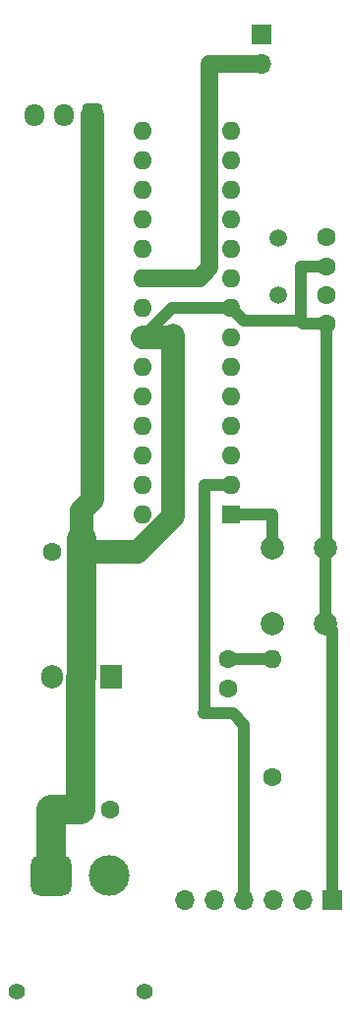
<source format=gbr>
%TF.GenerationSoftware,KiCad,Pcbnew,8.0.8-8.0.8-0~ubuntu24.04.1*%
%TF.CreationDate,2025-02-21T09:49:17+09:00*%
%TF.ProjectId,led01,6c656430-312e-46b6-9963-61645f706362,rev?*%
%TF.SameCoordinates,Original*%
%TF.FileFunction,Copper,L2,Bot*%
%TF.FilePolarity,Positive*%
%FSLAX46Y46*%
G04 Gerber Fmt 4.6, Leading zero omitted, Abs format (unit mm)*
G04 Created by KiCad (PCBNEW 8.0.8-8.0.8-0~ubuntu24.04.1) date 2025-02-21 09:49:17*
%MOMM*%
%LPD*%
G01*
G04 APERTURE LIST*
G04 Aperture macros list*
%AMRoundRect*
0 Rectangle with rounded corners*
0 $1 Rounding radius*
0 $2 $3 $4 $5 $6 $7 $8 $9 X,Y pos of 4 corners*
0 Add a 4 corners polygon primitive as box body*
4,1,4,$2,$3,$4,$5,$6,$7,$8,$9,$2,$3,0*
0 Add four circle primitives for the rounded corners*
1,1,$1+$1,$2,$3*
1,1,$1+$1,$4,$5*
1,1,$1+$1,$6,$7*
1,1,$1+$1,$8,$9*
0 Add four rect primitives between the rounded corners*
20,1,$1+$1,$2,$3,$4,$5,0*
20,1,$1+$1,$4,$5,$6,$7,0*
20,1,$1+$1,$6,$7,$8,$9,0*
20,1,$1+$1,$8,$9,$2,$3,0*%
G04 Aperture macros list end*
%TA.AperFunction,ComponentPad*%
%ADD10R,1.700000X1.700000*%
%TD*%
%TA.AperFunction,ComponentPad*%
%ADD11O,1.700000X1.700000*%
%TD*%
%TA.AperFunction,ComponentPad*%
%ADD12C,1.600000*%
%TD*%
%TA.AperFunction,ComponentPad*%
%ADD13C,2.000000*%
%TD*%
%TA.AperFunction,ComponentPad*%
%ADD14C,1.400000*%
%TD*%
%TA.AperFunction,ComponentPad*%
%ADD15RoundRect,0.770000X0.980000X0.980000X-0.980000X0.980000X-0.980000X-0.980000X0.980000X-0.980000X0*%
%TD*%
%TA.AperFunction,ComponentPad*%
%ADD16C,3.500000*%
%TD*%
%TA.AperFunction,ComponentPad*%
%ADD17R,1.600000X1.600000*%
%TD*%
%TA.AperFunction,ComponentPad*%
%ADD18O,1.600000X1.600000*%
%TD*%
%TA.AperFunction,ComponentPad*%
%ADD19RoundRect,0.250000X0.600000X0.725000X-0.600000X0.725000X-0.600000X-0.725000X0.600000X-0.725000X0*%
%TD*%
%TA.AperFunction,ComponentPad*%
%ADD20O,1.700000X1.950000*%
%TD*%
%TA.AperFunction,ComponentPad*%
%ADD21R,1.905000X2.000000*%
%TD*%
%TA.AperFunction,ComponentPad*%
%ADD22O,1.905000X2.000000*%
%TD*%
%TA.AperFunction,ComponentPad*%
%ADD23C,1.500000*%
%TD*%
%TA.AperFunction,Conductor*%
%ADD24C,1.000000*%
%TD*%
%TA.AperFunction,Conductor*%
%ADD25C,2.500000*%
%TD*%
%TA.AperFunction,Conductor*%
%ADD26C,2.000000*%
%TD*%
%TA.AperFunction,Conductor*%
%ADD27C,1.500000*%
%TD*%
G04 APERTURE END LIST*
D10*
%TO.P,J2,1,Pin_1*%
%TO.N,led_5V*%
X122625000Y-51350000D03*
D11*
%TO.P,J2,2,Pin_2*%
%TO.N,VCC*%
X122625000Y-53890000D03*
%TD*%
D12*
%TO.P,C1,1*%
%TO.N,Net-(U1-~{RESET}{slash}PC6)*%
X119725000Y-105150000D03*
%TO.P,C1,2*%
%TO.N,Net-(J1-Pin_6)*%
X119725000Y-107650000D03*
%TD*%
%TO.P,C4,1*%
%TO.N,batt_16V*%
X109525000Y-118050000D03*
%TO.P,C4,2*%
%TO.N,GND*%
X107025000Y-118050000D03*
%TD*%
D13*
%TO.P,SW1,1,1*%
%TO.N,Net-(U1-~{RESET}{slash}PC6)*%
X123575000Y-102050000D03*
X123575000Y-95550000D03*
%TO.P,SW1,2,2*%
%TO.N,GND*%
X128075000Y-102050000D03*
X128075000Y-95550000D03*
%TD*%
D14*
%TO.P,J4,*%
%TO.N,*%
X112500000Y-133725000D03*
X101500000Y-133725000D03*
D15*
%TO.P,J4,1,Pin_1*%
%TO.N,GND*%
X104500000Y-123725000D03*
D16*
%TO.P,J4,2,Pin_2*%
%TO.N,batt_16V*%
X109500000Y-123725000D03*
%TD*%
D17*
%TO.P,U1,1,~{RESET}/PC6*%
%TO.N,Net-(U1-~{RESET}{slash}PC6)*%
X119975000Y-92625000D03*
D18*
%TO.P,U1,2,PD0*%
%TO.N,Net-(J1-Pin_4)*%
X119975000Y-90085000D03*
%TO.P,U1,3,PD1*%
%TO.N,Net-(J1-Pin_5)*%
X119975000Y-87545000D03*
%TO.P,U1,4,PD2*%
%TO.N,unconnected-(U1-PD2-Pad4)*%
X119975000Y-85005000D03*
%TO.P,U1,5,PD3*%
%TO.N,unconnected-(U1-PD3-Pad5)*%
X119975000Y-82465000D03*
%TO.P,U1,6,PD4*%
%TO.N,unconnected-(U1-PD4-Pad6)*%
X119975000Y-79925000D03*
%TO.P,U1,7,VCC*%
%TO.N,VCC*%
X119975000Y-77385000D03*
%TO.P,U1,8,GND*%
%TO.N,GND*%
X119975000Y-74845000D03*
%TO.P,U1,9,XTAL1/PB6*%
%TO.N,Net-(U1-XTAL1{slash}PB6)*%
X119975000Y-72305000D03*
%TO.P,U1,10,XTAL2/PB7*%
%TO.N,Net-(U1-XTAL2{slash}PB7)*%
X119975000Y-69765000D03*
%TO.P,U1,11,PD5*%
%TO.N,unconnected-(U1-PD5-Pad11)*%
X119975000Y-67225000D03*
%TO.P,U1,12,PD6*%
%TO.N,signal*%
X119975000Y-64685000D03*
%TO.P,U1,13,PD7*%
%TO.N,unconnected-(U1-PD7-Pad13)*%
X119975000Y-62145000D03*
%TO.P,U1,14,PB0*%
%TO.N,unconnected-(U1-PB0-Pad14)*%
X119975000Y-59605000D03*
%TO.P,U1,15,PB1*%
%TO.N,unconnected-(U1-PB1-Pad15)*%
X112355000Y-59605000D03*
%TO.P,U1,16,PB2*%
%TO.N,unconnected-(U1-PB2-Pad16)*%
X112355000Y-62145000D03*
%TO.P,U1,17,PB3*%
%TO.N,unconnected-(U1-PB3-Pad17)*%
X112355000Y-64685000D03*
%TO.P,U1,18,PB4*%
%TO.N,unconnected-(U1-PB4-Pad18)*%
X112355000Y-67225000D03*
%TO.P,U1,19,PB5*%
%TO.N,unconnected-(U1-PB5-Pad19)*%
X112355000Y-69765000D03*
%TO.P,U1,20,AVCC*%
%TO.N,VCC*%
X112355000Y-72305000D03*
%TO.P,U1,21,AREF*%
%TO.N,unconnected-(U1-AREF-Pad21)*%
X112355000Y-74845000D03*
%TO.P,U1,22,GND*%
%TO.N,GND*%
X112355000Y-77385000D03*
%TO.P,U1,23,PC0*%
%TO.N,unconnected-(U1-PC0-Pad23)*%
X112355000Y-79925000D03*
%TO.P,U1,24,PC1*%
%TO.N,unconnected-(U1-PC1-Pad24)*%
X112355000Y-82465000D03*
%TO.P,U1,25,PC2*%
%TO.N,unconnected-(U1-PC2-Pad25)*%
X112355000Y-85005000D03*
%TO.P,U1,26,PC3*%
%TO.N,unconnected-(U1-PC3-Pad26)*%
X112355000Y-87545000D03*
%TO.P,U1,27,PC4*%
%TO.N,unconnected-(U1-PC4-Pad27)*%
X112355000Y-90085000D03*
%TO.P,U1,28,PC5*%
%TO.N,unconnected-(U1-PC5-Pad28)*%
X112355000Y-92625000D03*
%TD*%
D10*
%TO.P,J1,1,Pin_1*%
%TO.N,GND*%
X128700000Y-125825000D03*
D11*
%TO.P,J1,2,Pin_2*%
%TO.N,unconnected-(J1-Pin_2-Pad2)*%
X126160000Y-125825000D03*
%TO.P,J1,3,Pin_3*%
%TO.N,VCC*%
X123620000Y-125825000D03*
%TO.P,J1,4,Pin_4*%
%TO.N,Net-(J1-Pin_4)*%
X121080000Y-125825000D03*
%TO.P,J1,5,Pin_5*%
%TO.N,Net-(J1-Pin_5)*%
X118540000Y-125825000D03*
%TO.P,J1,6,Pin_6*%
%TO.N,Net-(J1-Pin_6)*%
X116000000Y-125825000D03*
%TD*%
D12*
%TO.P,R1,1*%
%TO.N,VCC*%
X123500000Y-115255000D03*
D18*
%TO.P,R1,2*%
%TO.N,Net-(U1-~{RESET}{slash}PC6)*%
X123500000Y-105095000D03*
%TD*%
D19*
%TO.P,J3,1,Pin_1*%
%TO.N,GND*%
X108075000Y-58275000D03*
D20*
%TO.P,J3,2,Pin_2*%
%TO.N,signal*%
X105575000Y-58275000D03*
%TO.P,J3,3,Pin_3*%
%TO.N,led_5V*%
X103075000Y-58275000D03*
%TD*%
D12*
%TO.P,C5,1*%
%TO.N,led_5V*%
X104575000Y-95875000D03*
%TO.P,C5,2*%
%TO.N,GND*%
X107075000Y-95875000D03*
%TD*%
D21*
%TO.P,U2,1,VI*%
%TO.N,batt_16V*%
X109615000Y-106655000D03*
D22*
%TO.P,U2,2,GND*%
%TO.N,GND*%
X107075000Y-106655000D03*
%TO.P,U2,3,VO*%
%TO.N,led_5V*%
X104535000Y-106655000D03*
%TD*%
D12*
%TO.P,C2,1*%
%TO.N,Net-(U1-XTAL2{slash}PB7)*%
X128225000Y-68825000D03*
%TO.P,C2,2*%
%TO.N,GND*%
X128225000Y-71325000D03*
%TD*%
D23*
%TO.P,Y1,1,1*%
%TO.N,Net-(U1-XTAL1{slash}PB6)*%
X124025000Y-73775000D03*
%TO.P,Y1,2,2*%
%TO.N,Net-(U1-XTAL2{slash}PB7)*%
X124025000Y-68875000D03*
%TD*%
D12*
%TO.P,C3,1*%
%TO.N,Net-(U1-XTAL1{slash}PB6)*%
X128175000Y-73750000D03*
%TO.P,C3,2*%
%TO.N,GND*%
X128175000Y-76250000D03*
%TD*%
D24*
%TO.N,Net-(U1-~{RESET}{slash}PC6)*%
X123500000Y-105095000D02*
X119780000Y-105095000D01*
X123550000Y-93225000D02*
X123575000Y-93250000D01*
X123550000Y-92625000D02*
X123550000Y-93225000D01*
X119780000Y-105095000D02*
X119725000Y-105150000D01*
X119975000Y-92625000D02*
X123550000Y-92625000D01*
X123575000Y-93250000D02*
X123575000Y-95550000D01*
D25*
%TO.N,GND*%
X104450000Y-118100000D02*
X104500000Y-118050000D01*
X107025000Y-118050000D02*
X107025000Y-106705000D01*
D26*
X107075000Y-92356370D02*
X108075000Y-91356370D01*
D24*
X128075000Y-95550000D02*
X128075000Y-95075000D01*
D26*
X114975000Y-77225000D02*
X114815000Y-77385000D01*
D24*
X127815000Y-102310000D02*
X128075000Y-102050000D01*
D25*
X104500000Y-118050000D02*
X107025000Y-118050000D01*
D24*
X128175000Y-95450000D02*
X128075000Y-95550000D01*
D26*
X107075000Y-95875000D02*
X107075000Y-92356370D01*
D24*
X128175000Y-76250000D02*
X128175000Y-95450000D01*
D25*
X107150000Y-95950000D02*
X107075000Y-95875000D01*
D24*
X128700000Y-125825000D02*
X128700000Y-102675000D01*
X125950000Y-76025000D02*
X126175000Y-76250000D01*
X122075000Y-76000000D02*
X122100000Y-76025000D01*
X121100000Y-76000000D02*
X122075000Y-76000000D01*
D26*
X107075000Y-95875000D02*
X111933428Y-95875000D01*
D24*
X128075000Y-102050000D02*
X128075000Y-95550000D01*
X128700000Y-102675000D02*
X128075000Y-102050000D01*
X120774999Y-75674999D02*
X121100000Y-76000000D01*
X128225000Y-71325000D02*
X125950000Y-71325000D01*
X119975000Y-74845000D02*
X114895000Y-74845000D01*
D26*
X114815000Y-77385000D02*
X112355000Y-77385000D01*
D24*
X120774999Y-75644999D02*
X120774999Y-75674999D01*
X126175000Y-76250000D02*
X128175000Y-76250000D01*
D25*
X104500000Y-118150000D02*
X104450000Y-118100000D01*
D26*
X114975000Y-92833428D02*
X114975000Y-77225000D01*
D24*
X119975000Y-74845000D02*
X120774999Y-75644999D01*
D25*
X107000000Y-106730000D02*
X107075000Y-106655000D01*
X107075000Y-95875000D02*
X107075000Y-106655000D01*
D24*
X128075000Y-95075000D02*
X128125000Y-95025000D01*
D25*
X107150000Y-95950000D02*
X107150000Y-94818630D01*
X104500000Y-123725000D02*
X104500000Y-118150000D01*
D24*
X122100000Y-76025000D02*
X125950000Y-76025000D01*
D26*
X111933428Y-95875000D02*
X114975000Y-92833428D01*
D24*
X125950000Y-71325000D02*
X125950000Y-76025000D01*
D25*
X107025000Y-106705000D02*
X107075000Y-106655000D01*
D26*
X108075000Y-58275000D02*
X108075000Y-91356370D01*
D24*
X114895000Y-74845000D02*
X112355000Y-77385000D01*
D27*
%TO.N,VCC*%
X117245000Y-72305000D02*
X118150000Y-71400000D01*
X118150000Y-71400000D02*
X118150000Y-53900000D01*
X118910000Y-53890000D02*
X122625000Y-53890000D01*
X118150000Y-53900000D02*
X118900000Y-53900000D01*
X118900000Y-53900000D02*
X118910000Y-53890000D01*
X112355000Y-72305000D02*
X117245000Y-72305000D01*
D24*
%TO.N,Net-(J1-Pin_4)*%
X117671075Y-109753925D02*
X117671075Y-90128925D01*
X117625000Y-109800000D02*
X117671075Y-109753925D01*
X117671075Y-90128925D02*
X117715000Y-90085000D01*
X120125000Y-109800000D02*
X117625000Y-109800000D01*
X121080000Y-125825000D02*
X121080000Y-110755000D01*
X117715000Y-90085000D02*
X119975000Y-90085000D01*
X121080000Y-110755000D02*
X120125000Y-109800000D01*
%TD*%
M02*

</source>
